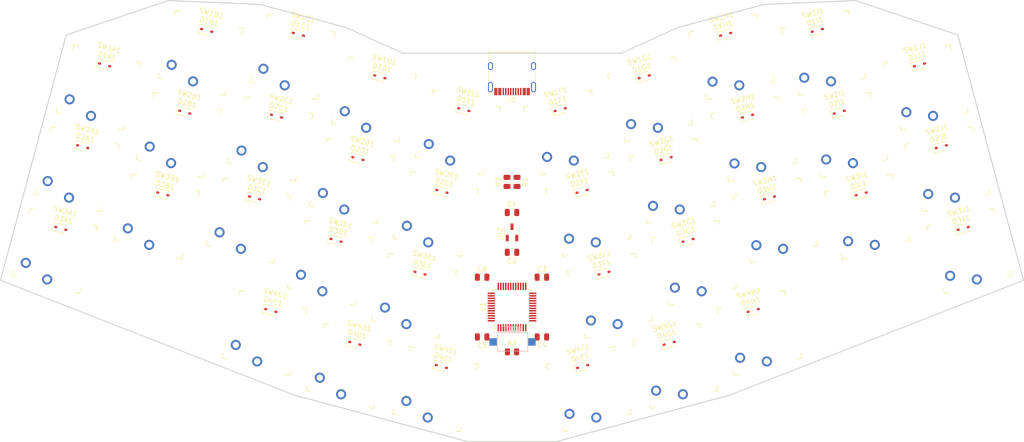
<source format=kicad_pcb>
(kicad_pcb (version 20240108) (generator "pcbnew") (generator_version "8.0")
  (layers (0 "F.Cu" signal) (31 "B.Cu" signal) (34 "B.Paste" user) (35 "F.Paste" user) (36 "B.SilkS" user "B.Silkscreen") (37 "F.SilkS" user "F.Silkscreen") (38 "B.Mask" user) (39 "F.Mask" user) (44 "Edge.Cuts" user))
  (net 0 "")
  (net 1 "+5V")
  (net 2 "GND")
  (net 3 "+3.3V")
  (net 4 "Net-(D1A1-A)")
  (net 5 "ROW1")
  (net 6 "Net-(D1B1-A)")
  (net 7 "Net-(D1C1-A)")
  (net 8 "Net-(D1D1-A)")
  (net 9 "Net-(D1E1-A)")
  (net 10 "Net-(D1F1-A)")
  (net 11 "Net-(D1G1-A)")
  (net 12 "Net-(D1H1-A)")
  (net 13 "Net-(D1I1-A)")
  (net 14 "Net-(D1J1-A)")
  (net 15 "ROW2")
  (net 16 "Net-(D2A1-A)")
  (net 17 "Net-(D2B1-A)")
  (net 18 "Net-(D2C1-A)")
  (net 19 "Net-(D2D1-A)")
  (net 20 "Net-(D2E1-A)")
  (net 21 "Net-(D2F1-A)")
  (net 22 "Net-(D2G1-A)")
  (net 23 "Net-(D2H1-A)")
  (net 24 "Net-(D2I1-A)")
  (net 25 "Net-(D2J1-A)")
  (net 26 "Net-(D3A1-A)")
  (net 27 "ROW3")
  (net 28 "Net-(D3B1-A)")
  (net 29 "Net-(D3C1-A)")
  (net 30 "Net-(D3D1-A)")
  (net 31 "Net-(D3E1-A)")
  (net 32 "Net-(D3F1-A)")
  (net 33 "Net-(D3G1-A)")
  (net 34 "Net-(D3H1-A)")
  (net 35 "Net-(D3I1-A)")
  (net 36 "Net-(D3J1-A)")
  (net 37 "ROW4")
  (net 38 "Net-(D4C1-A)")
  (net 39 "Net-(D4D1-A)")
  (net 40 "Net-(D4E1-A)")
  (net 41 "Net-(D4F1-A)")
  (net 42 "Net-(D4G1-A)")
  (net 43 "Net-(D4H1-A)")
  (net 44 "D-")
  (net 45 "Net-(J1-CC1)")
  (net 47 "D+")
  (net 49 "Net-(J1-CC2)")
  (net 50 "Net-(U1-BOOT0)")
  (net 51 "COLA")
  (net 52 "COLB")
  (net 53 "COLC")
  (net 54 "COLD")
  (net 55 "COLE")
  (net 56 "COLF")
  (net 57 "COLG")
  (net 58 "COLH")
  (net 59 "COLI")
  (net 60 "COLJ")
  (net 64 "SWCLK")
  (net 69 "SWDIO")
  (footprint "Capacitor_SMD:C_0805_2012Metric" (layer "F.Cu") (at 150 70 180)
    (property "Reference" "C2" (at 0 -1.68 0) (layer "F.SilkS"))
    (property "Value" "1µF")
    (pad "1" smd roundrect (at -0.95 0 180) (size 1 1.45) (layers "F.Cu" "F.Paste" "F.Mask") (net 3 "+3.3V"))
    (pad "2" smd roundrect (at 0.95 0 180) (size 1 1.45) (layers "F.Cu" "F.Paste" "F.Mask") (net 2 "GND"))
  )
  (footprint "switch:SW_PG1350" (layer "F.Cu") (at 233.028 36.905 15)
    (property "Reference" "SW1J1" (at 0 -8.255 15) (layer "F.SilkS"))
    (property "Value" "SW_Push")
    (pad "" np_thru_hole circle (at -5.5 0 15) (size 1.7018 1.7018) (drill 1.7018) (layers "*.Cu" "*.Mask"))
    (pad "" np_thru_hole circle (at 0 0 15) (size 3.429 3.429) (drill 3.429) (layers "*.Cu" "*.Mask"))
    (pad "" np_thru_hole circle (at 5.5 0 15) (size 1.7018 1.7018) (drill 1.7018) (layers "*.Cu" "*.Mask"))
    (pad "1" thru_hole circle (at 0 5.9 15) (size 2.032 2.032) (drill 1.27) (layers "*.Cu" "*.Mask") (net 14 "Net-(D1J1-A)"))
    (pad "2" thru_hole circle (at -5 3.8 15) (size 2.032 2.032) (drill 1.27) (layers "*.Cu" "*.Mask") (net 60 "COLJ"))
  )
  (footprint "Diode_SMD:D_SOD-323" (layer "F.Cu") (at 63.788 48.786 -15)
    (property "Reference" "D2A1" (at 0 -1.85 165) (layer "F.SilkS"))
    (property "Value" "1N4148WS")
    (pad "1" smd roundrect (at -1.05 0 345) (size 0.6 0.45) (layers "F.Cu" "F.Paste" "F.Mask") (net 15 "ROW2"))
    (pad "2" smd roundrect (at 1.05 0 345) (size 0.6 0.45) (layers "F.Cu" "F.Paste" "F.Mask") (net 16 "Net-(D2A1-A)"))
  )
  (footprint "Diode_SMD:D_SOD-323" (layer "F.Cu") (at 118.43 88.274 -15)
    (property "Reference" "D4D1" (at 0 -1.85 165) (layer "F.SilkS"))
    (property "Value" "1N4148WS")
    (pad "1" smd roundrect (at -1.05 0 345) (size 0.6 0.45) (layers "F.Cu" "F.Paste" "F.Mask") (net 37 "ROW4"))
    (pad "2" smd roundrect (at 1.05 0 345) (size 0.6 0.45) (layers "F.Cu" "F.Paste" "F.Mask") (net 39 "Net-(D4D1-A)"))
  )
  (footprint "switch:SW_PG1350" (layer "F.Cu") (at 165.4 97.473 15)
    (property "Reference" "SW4F1" (at 0 -8.255 15) (layer "F.SilkS"))
    (property "Value" "SW_Push")
    (pad "" np_thru_hole circle (at -5.5 0 15) (size 1.7018 1.7018) (drill 1.7018) (layers "*.Cu" "*.Mask"))
    (pad "" np_thru_hole circle (at 0 0 15) (size 3.429 3.429) (drill 3.429) (layers "*.Cu" "*.Mask"))
    (pad "" np_thru_hole circle (at 5.5 0 15) (size 1.7018 1.7018) (drill 1.7018) (layers "*.Cu" "*.Mask"))
    (pad "1" thru_hole circle (at 0 5.9 15) (size 2.032 2.032) (drill 1.27) (layers "*.Cu" "*.Mask") (net 41 "Net-(D4F1-A)"))
    (pad "2" thru_hole circle (at -5 3.8 15) (size 2.032 2.032) (drill 1.27) (layers "*.Cu" "*.Mask") (net 56 "COLF"))
  )
  (footprint "switch:SW_PG1350" (layer "F.Cu") (at 216.936 46.394 15)
    (property "Reference" "SW2I1" (at 0 -8.255 15) (layer "F.SilkS"))
    (property "Value" "SW_Push")
    (pad "" np_thru_hole circle (at -5.5 0 15) (size 1.7018 1.7018) (drill 1.7018) (layers "*.Cu" "*.Mask"))
    (pad "" np_thru_hole circle (at 0 0 15) (size 3.429 3.429) (drill 3.429) (layers "*.Cu" "*.Mask"))
    (pad "" np_thru_hole circle (at 5.5 0 15) (size 1.7018 1.7018) (drill 1.7018) (layers "*.Cu" "*.Mask"))
    (pad "1" thru_hole circle (at 0 5.9 15) (size 2.032 2.032) (drill 1.27) (layers "*.Cu" "*.Mask") (net 24 "Net-(D2I1-A)"))
    (pad "2" thru_hole circle (at -5 3.8 15) (size 2.032 2.032) (drill 1.27) (layers "*.Cu" "*.Mask") (net 59 "COLI"))
  )
  (footprint "switch:SW_PG1350" (layer "F.Cu") (at 221.336 62.814 15)
    (property "Reference" "SW3I1" (at 0 -8.255 15) (layer "F.SilkS"))
    (property "Value" "SW_Push")
    (pad "" np_thru_hole circle (at -5.5 0 15) (size 1.7018 1.7018) (drill 1.7018) (layers "*.Cu" "*.Mask"))
    (pad "" np_thru_hole circle (at 0 0 15) (size 3.429 3.429) (drill 3.429) (layers "*.Cu" "*.Mask"))
    (pad "" np_thru_hole circle (at 5.5 0 15) (size 1.7018 1.7018) (drill 1.7018) (layers "*.Cu" "*.Mask"))
    (pad "1" thru_hole circle (at 0 5.9 15) (size 2.032 2.032) (drill 1.27) (layers "*.Cu" "*.Mask") (net 35 "Net-(D3I1-A)"))
    (pad "2" thru_hole circle (at -5 3.8 15) (size 2.032 2.032) (drill 1.27) (layers "*.Cu" "*.Mask") (net 59 "COLI"))
  )
  (footprint "switch:SW_PG1350" (layer "F.Cu") (at 177.762 39.29 15)
    (property "Reference" "SW1G1" (at -0.000001 -8.255 15) (layer "F.SilkS"))
    (property "Value" "SW_Push")
    (pad "" np_thru_hole circle (at -5.5 0 15) (size 1.7018 1.7018) (drill 1.7018) (layers "*.Cu" "*.Mask"))
    (pad "" np_thru_hole circle (at 0 0 15) (size 3.429 3.429) (drill 3.429) (layers "*.Cu" "*.Mask"))
    (pad "" np_thru_hole circle (at 5.5 0 15) (size 1.7018 1.7018) (drill 1.7018) (layers "*.Cu" "*.Mask"))
    (pad "1" thru_hole circle (at 0 5.9 15) (size 2.032 2.032) (drill 1.27) (layers "*.Cu" "*.Mask") (net 11 "Net-(D1G1-A)"))
    (pad "2" thru_hole circle (at -5 3.800001 15) (size 2.032 2.032) (drill 1.27) (layers "*.Cu" "*.Mask") (net 57 "COLG"))
  )
  (footprint "Diode_SMD:D_SOD-323" (layer "F.Cu") (at 197.297 42.649 15)
    (property "Reference" "D2H1" (at 0 -1.85 15) (layer "F.SilkS"))
    (property "Value" "1N4148WS")
    (pad "1" smd roundrect (at -1.05 0 15) (size 0.6 0.45) (layers "F.Cu" "F.Paste" "F.Mask") (net 15 "ROW2"))
    (pad "2" smd roundrect (at 1.05 0 15) (size 0.6 0.45) (layers "F.Cu" "F.Paste" "F.Mask") (net 23 "Net-(D2H1-A)"))
  )
  (footprint "switch:SW_PG1350" (layer "F.Cu") (at 134.6 97.473 -15)
    (property "Reference" "SW4E1" (at 0 -8.255 165) (layer "F.SilkS"))
    (property "Value" "SW_Push")
    (pad "" np_thru_hole circle (at -5.5 0 345) (size 1.7018 1.7018) (drill 1.7018) (layers "*.Cu" "*.Mask"))
    (pad "" np_thru_hole circle (at 0 0 345) (size 3.429 3.429) (drill 3.429) (layers "*.Cu" "*.Mask"))
    (pad "" np_thru_hole circle (at 5.5 0 345) (size 1.7018 1.7018) (drill 1.7018) (layers "*.Cu" "*.Mask"))
    (pad "1" thru_hole circle (at 0 5.9 345) (size 2.032 2.032) (drill 1.27) (layers "*.Cu" "*.Mask") (net 40 "Net-(D4E1-A)"))
    (pad "2" thru_hole circle (at -5 3.8 345) (size 2.032 2.032) (drill 1.27) (layers "*.Cu" "*.Mask") (net 55 "COLE"))
  )
  (footprint "Diode_SMD:D_SOD-323" (layer "F.Cu") (at 201.697 59.07 15)
    (property "Reference" "D3H1" (at 0 -1.85 15) (layer "F.SilkS"))
    (property "Value" "1N4148WS")
    (pad "1" smd roundrect (at -1.05 0 15) (size 0.6 0.45) (layers "F.Cu" "F.Paste" "F.Mask") (net 27 "ROW3"))
    (pad "2" smd roundrect (at 1.05 0 15) (size 0.6 0.45) (layers "F.Cu" "F.Paste" "F.Mask") (net 34 "Net-(D3H1-A)"))
  )
  (footprint "Diode_SMD:D_SOD-323" (layer "F.Cu") (at 135.817 92.933 -15)
    (property "Reference" "D4E1" (at 0 -1.85 165) (layer "F.SilkS"))
    (property "Value" "1N4148WS")
    (pad "1" smd roundrect (at -1.05 0 345) (size 0.6 0.45) (layers "F.Cu" "F.Paste" "F.Mask") (net 37 "ROW4"))
    (pad "2" smd roundrect (at 1.05 0 345) (size 0.6 0.45) (layers "F.Cu" "F.Paste" "F.Mask") (net 40 "Net-(D4E1-A)"))
  )
  (footprint "switch:SW_PG1350" (layer "F.Cu") (at 186.562 72.132 15)
    (property "Reference" "SW3G1" (at 0 -8.255 15) (layer "F.SilkS"))
    (property "Value" "SW_Push")
    (pad "" np_thru_hole circle (at -5.5 0 15) (size 1.7018 1.7018) (drill 1.7018) (layers "*.Cu" "*.Mask"))
    (pad "" np_thru_hole circle (at 0 0 15) (size 3.429 3.429) (drill 3.429) (layers "*.Cu" "*.Mask"))
    (pad "" np_thru_hole circle (at 5.5 0 15) (size 1.7018 1.7018) (drill 1.7018) (layers "*.Cu" "*.Mask"))
    (pad "1" thru_hole circle (at 0 5.9 15) (size 2.032 2.032) (drill 1.27) (layers "*.Cu" "*.Mask") (net 33 "Net-(D3G1-A)"))
    (pad "2" thru_hole circle (at -5 3.8 15) (size 2.032 2.032) (drill 1.27) (layers "*.Cu" "*.Mask") (net 57 "COLG"))
  )
  (footprint "switch:SW_PG1350" (layer "F.Cu") (at 97.086 63.609 -15)
    (property "Reference" "SW3C1" (at 0 -8.255 165) (layer "F.SilkS"))
    (property "Value" "SW_Push")
    (pad "" np_thru_hole circle (at -5.5 0 345) (size 1.7018 1.7018) (drill 1.7018) (layers "*.Cu" "*.Mask"))
    (pad "" np_thru_hole circle (at 0 0 345) (size 3.429 3.429) (drill 3.429) (layers "*.Cu" "*.Mask"))
    (pad "" np_thru_hole circle (at 5.5 0 345) (size 1.7018 1.7018) (drill 1.7018) (layers "*.Cu" "*.Mask"))
    (pad "1" thru_hole circle (at 0 5.9 345) (size 2.032 2.032) (drill 1.27) (layers "*.Cu" "*.Mask") (net 29 "Net-(D3C1-A)"))
    (pad "2" thru_hole circle (at -5 3.8 345) (size 2.032 2.032) (drill 1.27) (layers "*.Cu" "*.Mask") (net 53 "COLC"))
  )
  (footprint "Capacitor_SMD:C_0805_2012Metric" (layer "F.Cu") (at 156 87 180)
    (property "Reference" "C4" (at 0 -1.68 360) (layer "F.SilkS"))
    (property "Value" "100nF")
    (pad "1" smd roundrect (at -0.95 0 180) (size 1 1.45) (layers "F.Cu" "F.Paste" "F.Mask") (net 3 "+3.3V"))
    (pad "2" smd roundrect (at 0.95 0 180) (size 1 1.45) (layers "F.Cu" "F.Paste" "F.Mask") (net 2 "GND"))
  )
  (footprint "Capacitor_SMD:C_0805_2012Metric" (layer "F.Cu") (at 150 62)
    (property "Reference" "C1" (at 0 -1.68 360) (layer "F.SilkS"))
    (property "Value" "1µF")
    (pad "1" smd roundrect (at -0.95 0) (size 1 1.45) (layers "F.Cu" "F.Paste" "F.Mask") (net 2 "GND"))
    (pad "2" smd roundrect (at 0.95 0) (size 1 1.45) (layers "F.Cu" "F.Paste" "F.Mask") (net 1 "+5V"))
  )
  (footprint "Diode_SMD:D_SOD-323" (layer "F.Cu") (at 181.57 88.274 15)
    (property "Reference" "D4G1" (at 0 -1.85 15) (layer "F.SilkS"))
    (property "Value" "1N4148WS")
    (pad "1" smd roundrect (at -1.05 0 15) (size 0.6 0.45) (layers "F.Cu" "F.Paste" "F.Mask") (net 37 "ROW4"))
    (pad "2" smd roundrect (at 1.05 0 15) (size 0.6 0.45) (layers "F.Cu" "F.Paste" "F.Mask") (net 42 "Net-(D4G1-A)"))
  )
  (footprint "Capacitor_SMD:C_0805_2012Metric" (layer "F.Cu") (at 156 75)
    (property "Reference" "C3" (at 0 -1.68 360) (layer "F.SilkS"))
    (property "Value" "100nF")
    (pad "1" smd roundrect (at -0.95 0) (size 1 1.45) (layers "F.Cu" "F.Paste" "F.Mask") (net 3 "+3.3V"))
    (pad "2" smd roundrect (at 0.95 0) (size 1 1.45) (layers "F.Cu" "F.Paste" "F.Mask") (net 2 "GND"))
  )
  (footprint "Diode_SMD:D_SOD-323" (layer "F.Cu") (at 180.946 51.171 15)
    (property "Reference" "D2G1" (at -0.000001 -1.85 15) (layer "F.SilkS"))
    (property "Value" "1N4148WS")
    (pad "1" smd roundrect (at -1.05 0 15) (size 0.6 0.45) (layers "F.Cu" "F.Paste" "F.Mask") (net 15 "ROW2"))
    (pad "2" smd roundrect (at 1.05 0 15) (size 0.6 0.45) (layers "F.Cu" "F.Paste" "F.Mask") (net 22 "Net-(D2G1-A)"))
  )
  (footprint "Diode_SMD:D_SOD-323" (layer "F.Cu") (at 211.319 25.433 15)
    (property "Reference" "D1I1" (at 0 -1.85 15) (layer "F.SilkS"))
    (property "Value" "1N4148WS")
    (pad "1" smd roundrect (at -1.05 0 15) (size 0.6 0.45) (layers "F.Cu" "F.Paste" "F.Mask") (net 5 "ROW1"))
    (pad "2" smd roundrect (at 1.05 0 15) (size 0.6 0.45) (layers "F.Cu" "F.Paste" "F.Mask") (net 13 "Net-(D1I1-A)"))
  )
  (footprint "switch:SW_PG1350" (layer "F.Cu") (at 117.214 92.814 -15)
    (property "Reference" "SW4D1" (at 0 -8.255 165) (layer "F.SilkS"))
    (property "Value" "SW_Push")
    (pad "" np_thru_hole circle (at -5.5 0 345) (size 1.7018 1.7018) (drill 1.7018) (layers "*.Cu" "*.Mask"))
    (pad "" np_thru_hole circle (at 0 0 345) (size 3.429 3.429) (drill 3.429) (layers "*.Cu" "*.Mask"))
    (pad "" np_thru_hole circle (at 5.5 0 345) (size 1.7018 1.7018) (drill 1.7018) (layers "*.Cu" "*.Mask"))
    (pad "1" thru_hole circle (at 0 5.9 345) (size 2.032 2.032) (drill 1.27) (layers "*.Cu" "*.Mask") (net 39 "Net-(D4D1-A)"))
    (pad "2" thru_hole circle (at -5 3.8 345) (size 2.032 2.032) (drill 1.27) (layers "*.Cu" "*.Mask") (net 54 "COLD"))
  )
  (footprint "switch:SW_PG1350" (layer "F.Cu") (at 100.345 86.223 -15)
    (property "Reference" "SW4C1" (at 0 -8.255 165) (layer "F.SilkS"))
    (property "Value" "SW_Push")
    (pad "" np_thru_hole circle (at -5.5 0 345) (size 1.7018 1.7018) (drill 1.7018) (layers "*.Cu" "*.Mask"))
    (pad "" np_thru_hole circle (at 0 0 345) (size 3.429 3.429) (drill 3.429) (layers "*.Cu" "*.Mask"))
    (pad "" np_thru_hole circle (at 5.5 0 345) (size 1.7018 1.7018) (drill 1.7018) (layers "*.Cu" "*.Mask"))
    (pad "1" thru_hole circle (at 0 5.9 345) (size 2.032 2.032) (drill 1.27) (layers "*.Cu" "*.Mask") (net 38 "Net-(D4C1-A)"))
    (pad "2" thru_hole circle (at -5 3.8 345) (size 2.032 2.032) (drill 1.27) (layers "*.Cu" "*.Mask") (net 53 "COLC"))
  )
  (footprint "Diode_SMD:D_SOD-323" (layer "F.Cu") (at 84.281 41.854 -15)
    (property "Reference" "D2B1" (at 0 -1.85 165) (layer "F.SilkS"))
    (property "Value" "1N4148WS")
    (pad "1" smd roundrect (at -1.05 0 345) (size 0.6 0.45) (layers "F.Cu" "F.Paste" "F.Mask") (net 15 "ROW2"))
    (pad "2" smd roundrect (at 1.05 0 345) (size 0.6 0.45) (layers "F.Cu" "F.Paste" "F.Mask") (net 17 "Net-(D2B1-A)"))
  )
  (footprint "Resistor_SMD:R_0805_2012Metric" (layer "F.Cu") (at 149 55.8625 90)
    (property "Reference" "R2" (at 0 -1.65 90) (layer "F.SilkS"))
    (property "Value" "5.1k")
    (pad "1" smd roundrect (at -0.9125 0 90) (size 1.025 1.4) (layers "F.Cu" "F.Paste" "F.Mask") (roundrect_rratio 0.243902) (net 2 "GND"))
    (pad "2" smd roundrect (at 0.9125 0 90) (size 1.025 1.4) (layers "F.Cu" "F.Paste" "F.Mask") (roundrect_rratio 0.243902) (net 49 "Net-(J1-CC2)"))
  )
  (footprint "Package_QFP:LQFP-48_7x7mm_P0.5mm" (layer "F.Cu") (at 150 81 90)
    (property "Reference" "U1" (at 0 -5.85 90) (layer "F.SilkS"))
    (property "Value" "STM32F072CBT6")
    (pad "1" smd roundrect (at -4.1625 -2.75 90) (size 1.475 0.3) (layers "F.Cu" "F.Paste" "F.Mask") (net 3 "+3.3V"))
    (pad "2" smd roundrect (at -4.1625 -2.25 90) (size 1.475 0.3) (layers "F.Cu" "F.Paste" "F.Mask"))
    (pad "3" smd roundrect (at -4.1625 -1.75 90) (size 1.475 0.3) (layers "F.Cu" "F.Paste" "F.Mask"))
    (pad "4" smd roundrect (at -4.1625 -1.25 90) (size 1.475 0.3) (layers "F.Cu" "F.Paste" "F.Mask"))
    (pad "5" smd roundrect (at -4.1625 -0.75 90) (size 1.475 0.3) (layers "F.Cu" "F.Paste" "F.Mask"))
    (pad "6" smd roundrect (at -4.1625 -0.25 90) (size 1.475 0.3) (layers "F.Cu" "F.Paste" "F.Mask"))
    (pad "7" smd roundrect (at -4.1625 0.25 90) (size 1.475 0.3) (layers "F.Cu" "F.Paste" "F.Mask"))
    (pad "8" smd roundrect (at -4.1625 0.75 90) (size 1.475 0.3) (layers "F.Cu" "F.Paste" "F.Mask") (net 2 "GND"))
    (pad "9" smd roundrect (at -4.1625 1.25 90) (size 1.475 0.3) (layers "F.Cu" "F.Paste" "F.Mask") (net 3 "+3.3V"))
    (pad "10" smd roundrect (at -4.1625 1.75 90) (size 1.475 0.3) (layers "F.Cu" "F.Paste" "F.Mask"))
    (pad "11" smd roundrect (at -4.1625 2.25 90) (size 1.475 0.3) (layers "F.Cu" "F.Paste" "F.Mask"))
    (pad "12" smd roundrect (at -4.1625 2.75 90) (size 1.475 0.3) (layers "F.Cu" "F.Paste" "F.Mask"))
    (pad "13" smd roundrect (at -2.75 4.1625 90) (size 0.3 1.475) (layers "F.Cu" "F.Paste" "F.Mask"))
    (pad "14" smd roundrect (at -2.25 4.1625 90) (size 0.3 1.475) (layers "F.Cu" "F.Paste" "F.Mask"))
    (pad "15" smd roundrect (at -1.75 4.1625 90) (size 0.3 1.475) (layers "F.Cu" "F.Paste" "F.Mask"))
    (pad "16" smd roundrect (at -1.25 4.1625 90) (size 0.3 1.475) (layers "F.Cu" "F.Paste" "F.Mask"))
    (pad "17" smd roundrect (at -0.75 4.1625 90) (size 0.3 1.475) (layers "F.Cu" "F.Paste" "F.Mask"))
    (pad "18" smd roundrect (at -0.25 4.1625 90) (size 0.3 1.475) (layers "F.Cu" "F.Paste" "F.Mask"))
    (pad "19" smd roundrect (at 0.25 4.1625 90) (size 0.3 1.475) (layers "F.Cu" "F.Paste" "F.Mask"))
    (pad "20" smd roundrect (at 0.75 4.1625 90) (size 0.3 1.475) (layers "F.Cu" "F.Paste" "F.Mask"))
    (pad "21" smd roundrect (at 1.25 4.1625 90) (size 0.3 1.475) (layers "F.Cu" "F.Paste" "F.Mask"))
    (pad "22" smd roundrect (at 1.75 4.1625 90) (size 0.3 1.475) (layers "F.Cu" "F.Paste" "F.Mask"))
    (pad "23" smd roundrect (at 2.25 4.1625 90) (size 0.3 1.475) (layers "F.Cu" "F.Paste" "F.Mask") (net 2 "GND"))
    (pad "24" smd roundrect (at 2.75 4.1625 90) (size 0.3 1.475) (layers "F.Cu" "F.Paste" "F.Mask") (net 3 "+3.3V"))
    (pad "25" smd roundrect (at 4.1625 2.75 90) (size 1.475 0.3) (layers "F.Cu" "F.Paste" "F.Mask"))
    (pad "26" smd roundrect (at 4.1625 2.25 90) (size 1.475 0.3) (layers "F.Cu" "F.Paste" "F.Mask"))
    (pad "27" smd roundrect (at 4.1625 1.75 90) (size 1.475 0.3) (layers "F.Cu" "F.Paste" "F.Mask"))
    (pad "28" smd roundrect (at 4.1625 1.25 90) (size 1.475 0.3) (layers "F.Cu" "F.Paste" "F.Mask"))
    (pad "29" smd roundrect (at 4.1625 0.75 90) (size 1.475 0.3) (layers "F.Cu" "F.Paste" "F.Mask"))
    (pad "30" smd roundrect (at 4.1625 0.25 90) (size 1.475 0.3) (layers "F.Cu" "F.Paste" "F.Mask"))
    (pad "31" smd roundrect (at 4.1625 -0.25 90) (size 1.475 0.3) (layers "F.Cu" "F.Paste" "F.Mask"))
    (pad "32" smd roundrect (at 4.1625 -0.75 90) (size 1.475 0.3) (layers "F.Cu" "F.Paste" "F.Mask") (net 44 "D-"))
    (pad "33" smd roundrect (at 4.1625 -1.25 90) (size 1.475 0.3) (layers "F.Cu" "F.Paste" "F.Mask") (net 47 "D+"))
    (pad "34" smd roundrect (at 4.1625 -1.75 90) (size 1.475 0.3) (layers "F.Cu" "F.Paste" "F.Mask") (net 69 "SWDIO"))
    (pad "35" smd roundrect (at 4.1625 -2.25 90) (size 1.475 0.3) (layers "F.Cu" "F.Paste" "F.Mask") (net 2 "GND"))
    (pad "36" smd roundrect (at 4.1625 -2.75 90) (size 1.475 0.3) (layers "F.Cu" "F.Paste" "F.Mask") (net 3 "+3.3V"))
    (pad "37" smd roundrect (at 2.75 -4.1625 90) (size 0.3 1.475) (layers "F.Cu" "F.Paste" "F.Mask") (net 64 "SWCLK"))
    (pad "38" smd roundrect (at 2.25 -4.1625 90) (size 0.3 1.475) (layers "F.Cu" "F.Paste" "F.Mask"))
    (pad "39" smd roundrect (at 1.75 -4.1625 90) (size 0.3 1.475) (layers "F.Cu" "F.Paste" "F.Mask"))
    (pad "40" smd roundrect (at 1.25 -4.1625 90) (size 0.3 1.475) (layers "F.Cu" "F.Paste" "F.Mask"))
    (pad "41" smd roundrect (at 0.75 -4.1625 90) (size 0.3 1.475) (layers "F.Cu" "F.Paste" "F.Mask"))
    (pad "42" smd roundrect (at 0.25 -4.1625 90) (size 0.3 1.475) (layers "F.Cu" "F.Paste" "F.Mask"))
    (pad "43" smd roundrect (at -0.25 -4.1625 90) (size 0.3 1.475) (layers "F.Cu" "F.Paste" "F.Mask"))
    (pad "44" smd roundrect (at -0.75 -4.1625 90) (size 0.3 1.475) (layers "F.Cu" "F.Paste" "F.Mask") (net 50 "Net-(U1-BOOT0)"))
    (pad "45" smd roundrect (at -1.25 -4.1625 90) (size 0.3 1.475) (layers "F.Cu" "F.Paste" "F.Mask"))
    (pad "46" smd roundrect (at -1.75 -4.1625 90) (size 0.3 1.475) (layers "F.Cu" "F.Paste" "F.Mask"))
    (pad "47" smd roundrect (at -2.25 -4.1625 90) (size 0.3 1.475) (layers "F.Cu" "F.Paste" "F.Mask") (net 2 "GND"))
    (pad "48" smd roundrect (at -2.75 -4.1625 90) (size 0.3 1.475) (layers "F.Cu" "F.Paste" "F.Mask") (net 3 "+3.3V"))
  )
  (footprint "switch:SW_PG1350" (layer "F.Cu") (at 165.293 62.302 15)
    (property "Reference" "SW2F1" (at 0 -8.255 15) (layer "F.SilkS"))
    (property "Value" "SW_Push")
    (pad "" np_thru_hole circle (at -5.5 0 15) (size 1.7018 1.7018) (drill 1.7018) (layers "*.Cu" "*.Mask"))
    (pad "" np_thru_hole circle (at 0 0 15) (size 3.429 3.429) (drill 3.429) (layers "*.Cu" "*.Mask"))
    (pad "" np_thru_hole circle (at 5.5 0 15) (size 1.7018 1.7018) (drill 1.7018) (layers "*.Cu" "*.Mask"))
    (pad "1" thru_hole circle (at 0 5.9 15) (size 2.032 2.032) (drill 1.27) (layers "*.Cu" "*.Mask") (net 21 "Net-(D2F1-A)"))
    (pad "2" thru_hole circle (at -5 3.8 15) (size 2.032 2.032) (drill 1.27) (layers "*.Cu" "*.Mask") (net 56 "COLF"))
  )
  (footprint "switch:SW_PG1350" (layer "F.Cu") (at 182.786 92.814 15)
    (property "Reference" "SW4G1" (at 0 -8.255 15) (layer "F.SilkS"))
    (property "Value" "SW_Push")
    (pad "" np_thru_hole circle (at -5.5 0 15) (size 1.7018 1.7018) (drill 1.7018) (layers "*.Cu" "*.Mask"))
    (pad "" np_thru_hole circle (at 0 0 15) (size 3.429 3.429) (drill 3.429) (layers "*.Cu" "*.Mask"))
    (pad "" np_thru_hole circle (at 5.5 0 15) (size 1.7018 1.7018) (drill 1.7018) (layers "*.Cu" "*.Mask"))
    (pad "1" thru_hole circle (at 0 5.9 15) (size 2.032 2.032) (drill 1.27) (layers "*.Cu" "*.Mask") (net 42 "Net-(D4G1-A)"))
    (pad "2" thru_hole circle (at -5 3.8 15) (size 2.032 2.032) (drill 1.27) (layers "*.Cu" "*.Mask") (net 57 "COLG"))
  )
  (footprint "Diode_SMD:D_SOD-323" (layer "F.Cu") (at 164.077 57.762 15)
    (property "Reference" "D2F1" (at 0 -1.85 15) (layer "F.SilkS"))
    (property "Value" "1N4148WS")
    (pad "1" smd roundrect (at -1.05 0 15) (size 0.6 0.45) (layers "F.Cu" "F.Paste" "F.Mask") (net 15 "ROW2"))
    (pad "2" smd roundrect (at 1.05 0 15) (size 0.6 0.45) (layers "F.Cu" "F.Paste" "F.Mask") (net 21 "Net-(D2F1-A)"))
  )
  (footprint "switch:SW_PG1350" (layer "F.Cu") (at 182.162 55.711 15)
    (property "Reference" "SW2G1" (at 0 -8.255 15) (layer "F.SilkS"))
    (property "Value" "SW_Push")
    (pad "" np_thru_hole circle (at -5.5 0 15) (size 1.7018 1.7018) (drill 1.7018) (layers "*.Cu" "*.Mask"))
    (pad "" np_thru_hole circle (at 0 0 15) (size 3.429 3.429) (drill 3.429) (layers "*.Cu" "*.Mask"))
    (pad "" np_thru_hole circle (at 5.5 0 15) (size 1.7018 1.7018) (drill 1.7018) (layers "*.Cu" "*.Mask"))
    (pad "1" thru_hole circle (at 0 5.9 15) (size 2.032 2.032) (drill 1.27) (layers "*.Cu" "*.Mask") (net 22 "Net-(D2G1-A)"))
    (pad "2" thru_hole circle (at -5 3.8 15) (size 2.032 2.032) (drill 1.27) (layers "*.Cu" "*.Mask") (net 57 "COLG"))
  )
  (footprint "Diode_SMD:D_SOD-323" (layer "F.Cu") (at 98.303 59.07 -15)
    (property "Reference" "D3C1" (at 0 -1.85 165) (layer "F.SilkS"))
    (property "Value" "1N4148WS")
    (pad "1" smd roundrect (at -1.05 0 345) (size 0.6 0.45) (layers "F.Cu" "F.Paste" "F.Mask") (net 27 "ROW3"))
    (pad "2" smd roundrect (at 1.05 0 345) (size 0.6 0.45) (layers "F.Cu" "F.Paste" "F.Mask") (net 29 "Net-(D3C1-A)"))
  )
  (footprint "Diode_SMD:D_SOD-323" (layer "F.Cu") (at 79.881 58.275 -15)
    (property "Reference" "D3B1" (at 0 -1.85 165) (layer "F.SilkS"))
    (property "Value" "1N4148WS")
    (pad "1" smd roundrect (at -1.05 0 345) (size 0.6 0.45) (layers "F.Cu" "F.Paste" "F.Mask") (net 27 "ROW3"))
    (pad "2" smd roundrect (at 1.05 0 345) (size 0.6 0.45) (layers "F.Cu" "F.Paste" "F.Mask") (net 28 "Net-(D3B1-A)"))
  )
  (footprint "Diode_SMD:D_SOD-323" (layer "F.Cu") (at 68.188 32.365 -15)
    (property "Reference" "D1A1" (at 0 -1.85 165) (layer "F.SilkS"))
    (property "Value" "1N4148WS")
    (pad "1" smd roundrect (at -1.05 0 345) (size 0.6 0.45) (layers "F.Cu" "F.Paste" "F.Mask") (net 5 "ROW1"))
    (pad "2" smd roundrect (at 1.05 0 345) (size 0.6 0.45) (layers "F.Cu" "F.Paste" "F.Mask") (net 4 "Net-(D1A1-A)"))
  )
  (footprint "switch:SW_PG1350" (layer "F.Cu") (at 194.114 30.768 15)
    (property "Reference" "SW1H1" (at 0 -8.255 15) (layer "F.SilkS"))
    (property "Value" "SW_Push")
    (pad "" np_thru_hole circle (at -5.5 0 15) (size 1.7018 1.7018) (drill 1.7018) (layers "*.Cu" "*.Mask"))
    (pad "" np_thru_hole circle (at 0 0 15) (size 3.429 3.429) (drill 3.429) (layers "*.Cu" "*.Mask"))
    (pad "" np_thru_hole circle (at 5.5 0 15) (size 1.7018 1.7018) (drill 1.7018) (layers "*.Cu" "*.Mask"))
    (pad "1" thru_hole circle (at 0 5.9 15) (size 2.032 2.032) (drill 1.27) (layers "*.Cu" "*.Mask") (net 12 "Net-(D1H1-A)"))
    (pad "2" thru_hole circle (at -5 3.8 15) (size 2.032 2.032) (drill 1.27) (layers "*.Cu" "*.Mask") (net 58 "COLH"))
  )
  (footprint "switch:SW_PG1350" (layer "F.Cu") (at 58.172 69.747 -15)
    (property "Reference" "SW3A1" (at 0 -8.255 165) (layer "F.SilkS"))
    (property "Value" "SW_Push")
    (pad "" np_thru_hole circle (at -5.5 0 345) (size 1.7018 1.7018) (drill 1.7018) (layers "*.Cu" "*.Mask"))
    (pad "" np_thru_hole circle (at 0 0 345) (size 3.429 3.429) (drill 3.429) (layers "*.Cu" "*.Mask"))
    (pad "" np_thru_hole circle (at 5.5 0 345) (size 1.7018 1.7018) (drill 1.7018) (layers "*.Cu" "*.Mask"))
    (pad "1" thru_hole circle (at 0 5.9 345) (size 2.032 2.032) (drill 1.27) (layers "*.Cu" "*.Mask") (net 26 "Net-(D3A1-A)"))
    (pad "2" thru_hole circle (at -5 3.8 345) (size 2.032 2.032) (drill 1.27) (layers "*.Cu" "*.Mask") (net 51 "COLA"))
  )
  (footprint "switch:SW_PG1350" (layer "F.Cu") (at 169.693 78.722 15)
    (property "Reference" "SW3F1" (at -0.000001 -8.255 15) (layer "F.SilkS"))
    (property "Value" "SW_Push")
    (pad "" np_thru_hole circle (at -5.5 0 15) (size 1.7018 1.7018) (drill 1.7018) (layers "*.Cu" "*.Mask"))
    (pad "" np_thru_hole circle (at 0 0 15) (size 3.429 3.429) (drill 3.429) (layers "*.Cu" "*.Mask"))
    (pad "" np_thru_hole circle (at 5.5 0 15) (size 1.7018 1.7018) (drill 1.7018) (layers "*.Cu" "*.Mask"))
    (pad "1" thru_hole circle (at 0 5.9 15) (size 2.032 2.032) (drill 1.27) (layers "*.Cu" "*.Mask") (net 32 "Net-(D3F1-A)"))
    (pad "2" thru_hole circle (at -5 3.800001 15) (size 2.032 2.032) (drill 1.27) (layers "*.Cu" "*.Mask") (net 56 "COLF"))
  )
  (footprint "Diode_SMD:D_SOD-323" (layer "F.Cu") (at 101.561 81.683 -15)
    (property "Reference" "D4C1" (at 0 -1.85 165) (layer "F.SilkS"))
    (property "Value" "1N4148WS")
    (pad "1" smd roundrect (at -1.05 0 345) (size 0.6 0.45) (layers "F.Cu" "F.Paste" "F.Mask") (net 37 "ROW4"))
    (pad "2" smd roundrect (at 1.05 0 345) (size 0.6 0.45) (layers "F.Cu" "F.Paste" "F.Mask") (net 38 "Net-(D4C1-A)"))
  )
  (footprint "switch:SW_PG1350" (layer "F.Cu") (at 134.707 62.302 -15)
    (property "Reference" "SW2E1" (at 0 -8.255 165) (layer "F.SilkS"))
    (property "Value" "SW_Push")
    (pad "" np_thru_hole circle (at -5.5 0 345) (size 1.7018 1.7018) (drill 1.7018) (layers "*.Cu" "*.Mask"))
    (pad "" np_thru_hole circle (at 0 0 345) (size 3.429 3.429) (drill 3.429) (layers "*.Cu" "*.Mask"))
    (pad "" np_thru_hole circle (at 5.5 0 345) (size 1.7018 1.7018) (drill 1.7018) (layers "*.Cu" "*.Mask"))
    (pad "1" thru_hole circle (at 0 5.9 345) (size 2.032 2.032) (drill 1.27) (layers "*.Cu" "*.Mask") (net 20 "Net-(D2E1-A)"))
    (pad "2" thru_hole circle (at -5 3.8 345) (size 2.032 2.032) (drill 1.27) (layers "*.Cu" "*.Mask") (net 55 "COLE"))
  )
  (footprint "Resistor_SMD:R_0805_2012Metric" (layer "F.Cu") (at 151 55.8625 -90)
    (property "Reference" "R1" (at 0 -1.65 90) (layer "F.SilkS"))
    (property "Value" "5.1k")
    (pad "1" smd roundrect (at -0.9125 0 270) (size 1.025 1.4) (layers "F.Cu" "F.Paste" "F.Mask") (roundrect_rratio 0.243902) (net 45 "Net-(J1-CC1)"))
    (pad "2" smd roundrect (at 0.9125 0 270) (size 1.025 1.4) (layers "F.Cu" "F.Paste" "F.Mask") (roundrect_rratio 0.243902) (net 2 "GND"))
  )
  (footprint "Resistor_SMD:R_0805_2012Metric" (layer "F.Cu") (at 150 90)
    (property "Reference" "R3" (at 0 -1.65 0) (layer "F.SilkS"))
    (property "Value" "5.1k")
    (pad "1" smd roundrect (at -0.9125 0) (size 1.025 1.4) (layers "F.Cu" "F.Paste" "F.Mask") (roundrect_rratio 0.243902) (net 50 "Net-(U1-BOOT0)"))
    (pad "2" smd roundrect (at 0.9125 0) (size 1.025 1.4) (layers "F.Cu" "F.Paste" "F.Mask") (roundrect_rratio 0.243902) (net 2 "GND"))
  )
  (footprint "Diode_SMD:D_SOD-323" (layer "F.Cu") (at 88.681 25.433 -15)
    (property "Reference" "D1B1" (at 0 -1.85 165) (layer "F.SilkS"))
    (property "Value" "1N4148WS")
    (pad "1" smd roundrect (at -1.05 0 345) (size 0.6 0.45) (layers "F.Cu" "F.Paste" "F.Mask") (net 5 "ROW1"))
    (pad "2" smd roundrect (at 1.05 0 345) (size 0.6 0.45) (layers "F.Cu" "F.Paste" "F.Mask") (net 6 "Net-(D1B1-A)"))
  )
  (footprint "Diode_SMD:D_SOD-323" (layer "F.Cu") (at 107.103 26.228 -15)
    (property "Reference" "D1C1" (at 0 -1.85 165) (layer "F.SilkS"))
    (property "Value" "1N4148WS")
    (pad "1" smd roundrect (at -1.05 0 345) (size 0.6 0.45) (layers "F.Cu" "F.Paste" "F.Mask") (net 5 "ROW1"))
    (pad "2" smd roundrect (at 1.05 0 345) (size 0.6 0.45) (layers "F.Cu" "F.Paste" "F.Mask") (net 7 "Net-(D1C1-A)"))
  )
  (footprint "switch:SW_PG1350" (layer "F.Cu") (at 113.438 72.132 -15)
    (property "Reference" "SW3D1" (at 0 -8.255 165) (layer "F.SilkS"))
    (property "Value" "SW_Push")
    (pad "" np_thru_hole circle (at -5.5 0 345) (size 1.7018 1.7018) (drill 1.7018) (layers "*.Cu" "*.Mask"))
    (pad "" np_thru_hole circle (at 0 0 345) (size 3.429 3.429) (drill 3.429) (layers "*.Cu" "*.Mask"))
    (pad "" np_thru_hole circle (at 5.5 0 345) (size 1.7018 1.7018) (drill 1.7018) (layers "*.Cu" "*.Mask"))
    (pad "1" thru_hole circle (at 0 5.9 345) (size 2.032 2.032) (drill 1.27) (layers "*.Cu" "*.Mask") (net 30 "Net-(D3D1-A)"))
    (pad "2" thru_hole circle (at -5 3.8 345) (size 2.032 2.032) (drill 1.27) (layers "*.Cu" "*.Mask") (net 54 "COLD"))
  )
  (footprint "switch:SW_PG1350" (layer "F.Cu") (at 241.828 69.747 15)
    (property "Reference" "SW3J1" (at 0 -8.255 15) (layer "F.SilkS"))
    (property "Value" "SW_Push")
    (pad "" np_thru_hole circle (at -5.5 0 15) (size 1.7018 1.7018) (drill 1.7018) (layers "*.Cu" "*.Mask"))
    (pad "" np_thru_hole circle (at 0 0 15) (size 3.429 3.429) (drill 3.429) (layers "*.Cu" "*.Mask"))
    (pad "" np_thru_hole circle (at 5.5 0 15) (size 1.7018 1.7018) (drill 1.7018) (layers "*.Cu" "*.Mask"))
    (pad "1" thru_hole circle (at 0 5.9 15) (size 2.032 2.032) (drill 1.27) (layers "*.Cu" "*.Mask") (net 36 "Net-(D3J1-A)"))
    (pad "2" thru_hole circle (at -5 3.8 15) (size 2.032 2.032) (drill 1.27) (layers "*.Cu" "*.Mask") (net 60 "COLJ"))
  )
  (footprint "switch:SW_PG1350" (layer "F.Cu") (at 78.665 62.814 -15)
    (property "Reference" "SW3B1" (at 0 -8.255 165) (layer "F.SilkS"))
    (property "Value" "SW_Push")
    (pad "" np_thru_hole circle (at -5.5 0 345) (size 1.7018 1.7018) (drill 1.7018) (layers "*.Cu" "*.Mask"))
    (pad "" np_thru_hole circle (at 0 0 345) (size 3.429 3.429) (drill 3.429) (layers "*.Cu" "*.Mask"))
    (pad "" np_thru_hole circle (at 5.5 0 345) (size 1.7018 1.7018) (drill 1.7018) (layers "*.Cu" "*.Mask"))
    (pad "1" thru_hole circle (at 0 5.9 345) (size 2.032 2.032) (drill 1.27) (layers "*.Cu" "*.Mask") (net 28 "Net-(D3B1-A)"))
    (pad "2" thru_hole circle (at -5 3.8 345) (size 2.032 2.032) (drill 1.27) (layers "*.Cu" "*.Mask") (net 52 "COLB"))
  )
  (footprint "switch:SW_PG1350" (layer "F.Cu") (at 160.893 45.881 15)
    (property "Reference" "SW1F1" (at 0 -8.255 15) (layer "F.SilkS"))
    (property "Value" "SW_Push")
    (pad "" np_thru_hole circle (at -5.5 0 15) (size 1.7018 1.7018) (drill 1.7018) (layers "*.Cu" "*.Mask"))
    (pad "" np_thru_hole circle (at 0 0 15) (size 3.429 3.429) (drill 3.429) (layers "*.Cu" "*.Mask"))
    (pad "" np_thru_hole circle (at 5.5 0 15) (size 1.7018 1.7018) (drill 1.7018) (layers "*.Cu" "*.Mask"))
    (pad "1" thru_hole circle (at 0 5.9 15) (size 2.032 2.032) (drill 1.27) (layers "*.Cu" "*.Mask") (net 10 "Net-(D1F1-A)"))
    (pad "2" thru_hole circle (at -5 3.8 15) (size 2.032 2.032) (drill 1.27) (layers "*.Cu" "*.Mask") (net 56 "COLF"))
  )
  (footprint "switch:SW_PG1350" (layer "F.Cu") (at 117.838 55.711 -15)
    (property "Reference" "SW2D1" (at 0 -8.255 165) (layer "F.SilkS"))
    (property "Value" "SW_Push")
    (pad "" np_thru_hole circle (at -5.5 0 345) (size 1.7018 1.7018) (drill 1.7018) (layers "*.Cu" "*.Mask"))
    (pad "" np_thru_hole circle (at 0 0 345) (size 3.429 3.429) (drill 3.429) (layers "*.Cu" "*.Mask"))
    (pad "" np_thru_hole circle (at 5.5 0 345) (size 1.7018 1.7018) (drill 1.7018) (layers "*.Cu" "*.Mask"))
    (pad "1" thru_hole circle (at 0 5.9 345) (size 2.032 2.032) (drill 1.27) (layers "*.Cu" "*.Mask") (net 19 "Net-(D2D1-A)"))
    (pad "2" thru_hole circle (at -5 3.8 345) (size 2.032 2.032) (drill 1.27) (layers "*.Cu" "*.Mask") (net 54 "COLD"))
  )
  (footprint "Capacitor_SMD:C_0805_2012Metric" (layer "F.Cu") (at 144 75)
    (property "Reference" "C6" (at 0 -1.68 0) (layer "F.SilkS"))
    (property "Value" "100nF")
    (pad "1" smd roundrect (at -0.95 0) (size 1 1.45) (layers "F.Cu" "F.Paste" "F.Mask") (net 3 "+3.3V"))
    (pad "2" smd roundrect (at 0.95 0) (size 1 1.45) (layers "F.Cu" "F.Paste" "F.Mask") (net 2 "GND"))
  )
  (footprint "switch:SW_PG1350" (layer "F.Cu") (at 199.655 86.223 15)
    (property "Reference" "SW4H1" (at 0 -8.255 15) (layer "F.SilkS"))
    (property "Value" "SW_Push")
    (pad "" np_thru_hole circle (at -5.5 0 15) (size 1.7018 1.7018) (drill 1.7018) (layers "*.Cu" "*.Mask"))
    (pad "" np_thru_hole circle (at 0 0 15) (size 3.429 3.429) (drill 3.429) (layers "*.Cu" "*.Mask"))
    (pad "" np_thru_hole circle (at 5.5 0 15) (size 1.7018 1.7018) (drill 1.7018) (layers "*.Cu" "*.Mask"))
    (pad "1" thru_hole circle (at 0 5.9 15) (size 2.032 2.032) (drill 1.27) (layers "*.Cu" "*.Mask") (net 43 "Net-(D4H1-A)"))
    (pad "2" thru_hole circle (at -5 3.8 15) (size 2.032 2.032) (drill 1.27) (layers "*.Cu" "*.Mask") (net 58 "COLH"))
  )
  (footprint "Diode_SMD:D_SOD-323" (layer "F.Cu") (at 231.812 32.365 15)
    (property "Reference" "D1J1" (at 0 -1.85 15) (layer "F.SilkS"))
    (property "Value" "1N4148WS")
    (pad "1" smd roundrect (at -1.05 0 15) (size 0.6 0.45) (layers "F.Cu" "F.Paste" "F.Mask") (net 5 "ROW1"))
    (pad "2" smd roundrect (at 1.05 0 15) (size 0.6 0.45) (layers "F.Cu" "F.Paste" "F.Mask") (net 14 "Net-(D1J1-A)"))
  )
  (footprint "Diode_SMD:D_SOD-323" (layer "F.Cu") (at 131.523 74.183 -15)
    (property "Reference" "D3E1" (at 0 -1.85 165) (layer "F.SilkS"))
    (property "Value" "1N4148WS")
    (pad "1" smd roundrect (at -1.05 0 345) (size 0.6 0.45) (layers "F.Cu" "F.Paste" "F.Mask") (net 27 "ROW3"))
    (pad "2" smd roundrect (at 1.05 0 345) (size 0.6 0.45) (layers "F.Cu" "F.Paste" "F.Mask") (net 31 "Net-(D3E1-A)"))
  )
  (footprint "Diode_SMD:D_SOD-323" (layer "F.Cu") (at 114.654 67.592 -15)
    (property "Reference" "D3D1" (at 0.000001 -1.85 165) (layer "F.SilkS"))
    (property "Value" "1N4148WS")
    (pad "1" smd roundrect (at -1.05 0 345) (size 0.6 0.45) (layers "F.Cu" "F.Paste" "F.Mask") (net 27 "ROW3"))
    (pad "2" smd roundrect (at 1.05 0 345) (size 0.6 0.45) (layers "F.Cu" "F.Paste" "F.Mask") (net 30 "Net-(D3D1-A)"))
  )
  (footprint "Diode_SMD:D_SOD-323" (layer "F.Cu") (at 135.923 57.762 -15)
    (property "Reference" "D2E1" (at 0 -1.85 165) (layer "F.SilkS"))
    (property "Value" "1N4148WS")
    (pad "1" smd roundrect (at -1.05 0 345) (size 0.6 0.45) (layers "F.Cu" "F.Paste" "F.Mask") (net 15 "ROW2"))
    (pad "2" smd roundrect (at 1.05 0 345) (size 0.6 0.45) (layers "F.Cu" "F.Paste" "F.Mask") (net 20 "Net-(D2E1-A)"))
  )
  (footprint "Diode_SMD:D_SOD-323" (layer "F.Cu") (at 140.323 41.341 -15)
    (property "Reference" "D1E1" (at 0 -1.85 165) (layer "F.SilkS"))
    (property "Value" "1N4148WS")
    (pad "1" smd roundrect (at -1.05 0 345) (size 0.6 0.45) (layers "F.Cu" "F.Paste" "F.Mask") (net 5 "ROW1"))
    (pad "2" smd roundrect (at 1.05 0 345) (size 0.6 0.45) (layers "F.Cu" "F.Paste" "F.Mask") (net 9 "Net-(D1E1-A)"))
  )
  (footprint "Diode_SMD:D_SOD-323" (layer "F.Cu") (at 215.719 41.854 15)
    (property "Reference" "D2I1" (at 0 -1.85 15) (layer "F.SilkS"))
    (property "Value" "1N4148WS")
    (pad "1" smd roundrect (at -1.05 0 15) (size 0.6 0.45) (layers "F.Cu" "F.Paste" "F.Mask") (net 15 "ROW2"))
    (pad "2" smd roundrect (at 1.05 0 15) (size 0.6 0.45) (layers "F.Cu" "F.Paste" "F.Mask") (net 24 "Net-(D2I1-A)"))
  )
  (footprint "Diode_SMD:D_SOD-323" (layer "F.Cu") (at 159.677 41.341 15)
    (property "Reference" "D1F1" (at 0 -1.85 15) (layer "F.SilkS"))
    (property "Value" "1N4148WS")
    (pad "1" smd roundrect (at -1.05 0 15) (size 0.6 0.45) (layers "F.Cu" "F.Paste" "F.Mask") (net 5 "ROW1"))
    (pad "2" smd roundrect (at 1.05 0 15) (size 0.6 0.45) (layers "F.Cu" "F.Paste" "F.Mask") (net 10 "Net-(D1F1-A)"))
  )
  (footprint "switch:SW_PG1350" (layer "F.Cu") (at 83.064 46.394 -15)
    (property "Reference" "SW2B1" (at 0 -8.255 165) (layer "F.SilkS"))
    (property "Value" "SW_Push")
    (pad "" np_thru_hole circle (at -5.5 0 345) (size 1.7018 1.7018) (drill 1.7018) (layers "*.Cu" "*.Mask"))
    (pad "" np_thru_hole circle (at 0 0 345) (size 3.429 3.429) (drill 3.429) (layers "*.Cu" "*.Mask"))
    (pad "" np_thru_hole circle (at 5.5 0 345) (size 1.7018 1.7018) (drill 1.7018) (layers "*.Cu" "*.Mask"))
    (pad "1" thru_hole circle (at 0 5.9 345) (size 2.032 2.032) (drill 1.27) (layers "*.Cu" "*.Mask") (net 17 "Net-(D2B1-A)"))
    (pad "2" thru_hole circle (at -5 3.8 345) (size 2.032 2.032) (drill 1.27) (layers "*.Cu" "*.Mask") (net 52 "COLB"))
  )
  (footprint "Diode_SMD:D_SOD-323" (layer "F.Cu") (at 192.897 26.228 15)
    (property "Reference" "D1H1" (at 0 -1.85 15) (layer "F.SilkS"))
    (property "Value" "1N4148WS")
    (pad "1" smd roundrect (at -1.05 0 15) (size 0.6 0.45) (layers "F.Cu" "F.Paste" "F.Mask") (net 5 "ROW1"))
    (pad "2" smd roundrect (at 1.05 0 15) (size 0.6 0.45) (layers "F.Cu" "F.Paste" "F.Mask") (net 12 "Net-(D1H1-A)"))
  )
  (footprint "switch:SW_PG1350" (layer "F.Cu") (at 139.107 45.881 -15)
    (property "Reference" "SW1E1" (at 0 -8.255 165) (layer "F.SilkS"))
    (property "Value" "SW_Push")
    (pad "" np_thru_hole circle (at -5.5 0 345) (size 1.7018 1.7018) (drill 1.7018) (layers "*.Cu" "*.Mask"))
    (pad "" np_thru_hole circle (at 0 0 345) (size 3.429 3.429) (drill 3.429) (layers "*.Cu" "*.Mask"))
    (pad "" np_thru_hole circle (at 5.5 0 345) (size 1.7018 1.7018) (drill 1.7018) (layers "*.Cu" "*.Mask"))
    (pad "1" thru_hole circle (at 0 5.9 345) (size 2.032 2.032) (drill 1.27) (layers "*.Cu" "*.Mask") (net 9 "Net-(D1E1-A)"))
    (pad "2" thru_hole circle (at -5 3.8 345) (size 2.032 2.032) (drill 1.27) (layers "*.Cu" "*.Mask") (net 55 "COLE"))
  )
  (footprint "Diode_SMD:D_SOD-323" (layer "F.Cu") (at 220.119 58.275 15)
    (property "Reference" "D3I1" (at 0 -1.85 15) (layer "F.SilkS"))
    (property "Value" "1N4148WS")
    (pad "1" smd roundrect (at -1.05 0 15) (size 0.6 0.45) (layers "F.Cu" "F.Paste" "F.Mask") (net 27 "ROW3"))
    (pad "2" smd roundrect (at 1.05 0 15) (size 0.6 0.45) (layers "F.Cu" "F.Paste" "F.Mask") (net 35 "Net-(D3I1-A)"))
  )
  (footprint "Diode_SMD:D_SOD-323" (layer "F.Cu") (at 240.612 65.207 15)
    (property "Reference" "D3J1" (at 0 -1.85 15) (layer "F.SilkS"))
    (property "Value" "1N4148WS")
    (pad "1" smd roundrect (at -1.05 0 15) (size 0.6 0.45) (layers "F.Cu" "F.Paste" "F.Mask") (net 27 "ROW3"))
    (pad "2" smd roundrect (at 1.05 0 15) (size 0.6 0.45) (layers "F.Cu" "F.Paste" "F.Mask") (net 36 "Net-(D3J1-A)"))
  )
  (footprint "Capacitor_SMD:C_0805_2012Metric" (layer "F.Cu") (at 144 87 180)
    (property "Reference" "C5" (at 0 -1.68 360) (layer "F.SilkS"))
    (property "Value" "100nF")
    (pad "1" smd roundrect (at -0.95 0 180) (size 1 1.45) (layers "F.Cu" "F.Paste" "F.Mask") (net 3 "+3.3V"))
    (pad "2" smd roundrect (at 0.95 0 180) (size 1 1.45) (layers "F.Cu" "F.Paste" "F.Mask") (net 2 "GND"))
  )
  (footprint "Diode_SMD:D_SOD-323" (layer "F.Cu") (at 102.703 42.649 -15)
    (property "Reference" "D2C1" (at 0 -1.85 165) (layer "F.SilkS"))
    (property "Value" "1N4148WS")
    (pad "1" smd roundrect (at -1.05 0 345) (size 0.6 0.45) (layers "F.Cu" "F.Paste" "F.Mask") (net 15 "ROW2"))
    (pad "2" smd roundrect (at 1.05 0 345) (size 0.6 0.45) (layers "F.Cu" "F.Paste" "F.Mask") (net 18 "Net-(D2C1-A)"))
  )
  (footprint "Connector_USB:USB_C_Receptacle_HRO_TYPE-C-31-M-12" (layer "F.Cu") (at 150 33.675 180)
    (property "Reference" "J1" (at 0 -5.645 0) (layer "F.SilkS"))
    (property "Value" "USB_C_Receptacle_USB2.0_16P")
    (pad "" np_thru_hole circle (at -2.89 -2.6 180) (size 0.65 0.65) (drill 0.65) (layers "*.Cu" "*.Mask"))
    (pad "" np_thru_hole circle (at 2.89 -2.6 180) (size 0.65 0.65) (drill 0.65) (layers "*.Cu" "*.Mask"))
    (pad "A1" smd rect (at -3.25 -4.045 180) (size 0.6 1.45) (layers "F.Cu" "F.Paste" "F.Mask") (net 2 "GND"))
    (pad "A4" smd rect (at -2.45 -4.045 180) (size 0.6 1.45) (layers "F.Cu" "F.Paste" "F.Mask") (net 1 "+5V"))
    (pad "A5" smd rect (at -1.25 -4.045 180) (size 0.3 1.45) (layers "F.Cu" "F.Paste" "F.Mask") (net 45 "Net-(J1-CC1)"))
    (pad "A6" smd rect (at -0.25 -4.045 180) (size 0.3 1.45) (layers "F.Cu" "F.Paste" "F.Mask") (net 47 "D+"))
    (pad "A7" smd rect (at 0.25 -4.045 180) (size 0.3 1.45) (layers "F.Cu" "F.Paste" "F.Mask") (net 44 "D-"))
    (pad "A8" smd rect (at 1.25 -4.045 180) (size 0.3 1.45) (layers "F.Cu" "F.Paste" "F.Mask"))
    (pad "A9" smd rect (at 2.45 -4.045 180) (size 0.6 1.45) (layers "F.Cu" "F.Paste" "F.Mask") (net 1 "+5V"))
    (pad "A12" smd rect (at 3.25 -4.045 180) (size 0.6 1.45) (layers "F.Cu" "F.Paste" "F.Mask") (net 2 "GND"))
    (pad "B1" smd rect (at 3.25 -4.045 180) (size 0.6 1.45) (layers "F.Cu" "F.Paste" "F.Mask") (net 2 "GND"))
    (pad "B4" smd rect (at 2.45 -4.045 180) (size 0.6 1.45) (layers "F.Cu" "F.Paste" "F.Mask") (net 1 "+5V"))
    (pad "B5" smd rect (at 1.75 -4.045 180) (size 0.3 1.45) (layers "F.Cu" "F.Paste" "F.Mask") (net 49 "Net-(J1-CC2)"))
    (pad "B6" smd rect (at 0.75 -4.045 180) (size 0.3 1.45) (layers "F.Cu" "F.Paste" "F.Mask") (net 47 "D+"))
    (pad "B7" smd rect (at -0.75 -4.045 180) (size 0.3 1.45) (layers "F.Cu" "F.Paste" "F.Mask") (net 44 "D-"))
    (pad "B8" smd rect (at -1.75 -4.045 180) (size 0.3 1.45) (layers "F.Cu" "F.Paste" "F.Mask"))
    (pad "B9" smd rect (at -2.45 -4.045 180) (size 0.6 1.45) (layers "F.Cu" "F.Paste" "F.Mask") (net 1 "+5V"))
    (pad "B12" smd rect (at -3.25 -4.045 180) (size 0.6 1.45) (layers "F.Cu" "F.Paste" "F.Mask") (net 2 "GND"))
    (pad "S1" thru_hole oval (at -4.32 -3.13 180) (size 1 2.1) (drill oval 0.6 1.7) (layers "*.Cu" "*.Mask") (net 2 "GND"))
    (pad "S1" thru_hole oval (at -4.32 1.05 180) (size 1 1.6) (drill oval 0.6 1.2) (layers "*.Cu" "*.Mask") (net 2 "GND"))
    (pad "S1" thru_hole oval (at 4.32 -3.13 180) (size 1 2.1) (drill oval 0.6 1.7) (layers "*.Cu" "*.Mask") (net 2 "GND"))
    (pad "S1" thru_hole oval (at 4.32 1.05 180) (size 1 1.6) (drill oval 0.6 1.2) (layers "*.Cu" "*.Mask") (net 2 "GND"))
  )
  (footprint "Diode_SMD:D_SOD-323" (layer "F.Cu") (at 168.477 74.183 15)
    (property "Reference" "D3F1" (at 0 -1.85 15) (layer "F.SilkS"))
    (property "Value" "1N4148WS")
    (pad "1" smd roundrect (at -1.05 0 15) (size 0.6 0.45) (layers "F.Cu" "F.Paste" "F.Mask") (net 27 "ROW3"))
    (pad "2" smd roundrect (at 1.05 0 15) (size 0.6 0.45) (layers "F.Cu" "F.Paste" "F.Mask") (net 32 "Net-(D3F1-A)"))
  )
  (footprint "switch:SW_PG1350" (layer "F.Cu") (at 202.914 63.609 15)
    (property "Reference" "SW3H1" (at 0 -8.255 15) (layer "F.SilkS"))
    (property "Value" "SW_Push")
    (pad "" np_thru_hole circle (at -5.5 0 15) (size 1.7018 1.7018) (drill 1.7018) (layers "*.Cu" "*.Mask"))
    (pad "" np_thru_hole circle (at 0 0 15) (size 3.429 3.429) (drill 3.429) (layers "*.Cu" "*.Mask"))
    (pad "" np_thru_hole circle (at 5.5 0 15) (size 1.7018 1.7018) (drill 1.7018) (layers "*.Cu" "*.Mask"))
    (pad "1" thru_hole circle (at 0 5.9 15) (size 2.032 2.032) (drill 1.27) (layers "*.Cu" "*.Mask") (net 34 "Net-(D3H1-A)"))
    (pad "2" thru_hole circle (at -5 3.8 15) (size 2.032 2.032) (drill 1.27) (layers "*.Cu" "*.Mask") (net 58 "COLH"))
  )
  (footprint "switch:SW_PG1350" (layer "F.Cu") (at 237.428 53.326 15)
    (property "Reference" "SW2J1" (at 0 -8.255 15) (layer "F.SilkS"))
    (property "Value" "SW_Push")
    (pad "" np_thru_hole circle (at -5.5 0 15) (size 1.7018 1.7018) (drill 1.7018) (layers "*.Cu" "*.Mask"))
    (pad "" np_thru_hole circle (at 0 0 15) (size 3.429 3.429) (drill 3.429) (layers "*.Cu" "*.Mask"))
    (pad "" np_thru_hole circle (at 5.5 0 15) (size 1.7018 1.7018) (drill 1.7018) (layers "*.Cu" "*.Mask"))
    (pad "1" thru_hole circle (at 0 5.9 15) (size 2.032 2.032) (drill 1.27) (layers "*.Cu" "*.Mask") (net 25 "Net-(D2J1-A)"))
    (pad "2" thru_hole circle (at -5 3.8 15) (size 2.032 2.032) (drill 1.27) (layers "*.Cu" "*.Mask") (net 60 "COLJ"))
  )
  (footprint "Diode_SMD:D_SOD-323" (layer "F.Cu") (at 119.054 51.171 -15)
    (property "Reference" "D2D1" (at 0.000001 -1.85 165) (layer "F.SilkS"))
    (property "Value" "1N4148WS")
    (pad "1" smd roundrect (at -1.05 0 345) (size 0.6 0.45) (layers "F.Cu" "F.Paste" "F.Mask") (net 15 "ROW2"))
    (pad "2" smd roundrect (at 1.05 0 345) (size 0.6 0.45) (layers "F.Cu" "F.Paste" "F.Mask") (net 19 "Net-(D2D1-A)"))
  )
  (footprint "Diode_SMD:D_SOD-323" (layer "F.Cu") (at 185.346 67.592 15)
    (property "Reference" "D3G1" (at 0 -1.85 15) (layer "F.SilkS"))
    (property "Value" "1N4148WS")
    (pad "1" smd roundrect (at -1.05 0 15) (size 0.6 0.45) (layers "F.Cu" "F.Paste" "F.Mask") (net 27 "ROW3"))
    (pad "2" smd roundrect (at 1.05 0 15) (size 0.6 0.45) (layers "F.Cu" "F.Paste" "F.Mask") (net 33 "Net-(D3G1-A)"))
  )
  (footprint "switch:SW_PG1350" (layer "F.Cu") (at 87.464 29.973 -15)
    (property "Reference" "SW1B1" (at 0.000001 -8.255 165) (layer "F.SilkS"))
    (property "Value" "SW_Push")
    (pad "" np_thru_hole circle (at -5.5 0 345) (size 1.7018 1.7018) (drill 1.7018) (layers "*.Cu" "*.Mask"))
    (pad "" np_thru_hole circle (at 0 0 345) (size 3.429 3.429) (drill 3.429) (layers "*.Cu" "*.Mask"))
    (pad "" np_thru_hole circle (at 5.5 0 345) (size 1.7018 1.7018) (drill 1.7018) (layers "*.Cu" "*.Mask"))
    (pad "1" thru_hole circle (at 0 5.9 345) (size 2.032 2.032) (drill 1.27) (layers "*.Cu" "*.Mask") (net 6 "Net-(D1B1-A)"))
    (pad "2" thru_hole circle (at -5.000001 3.799999 345) (size 2.032 2.032) (drill 1.27) (layers "*.Cu" "*.Mask") (net 52 "COLB"))
  )
  (footprint "switch:SW_PG1350" (layer "F.Cu") (at 122.238 39.29 -15)
    (property "Reference" "SW1D1" (at 0 -8.255 165) (layer "F.SilkS"))
    (property "Value" "SW_Push")
    (pad "" np_thru_hole circle (at -5.5 0 345) (size 1.7018 1.7018) (drill 1.7018) (layers "*.Cu" "*.Mask"))
    (pad "" np_thru_hole circle (at 0 0 345) (size 3.429 3.429) (drill 3.429) (layers "*.Cu" "*.Mask"))
    (pad "" np_thru_hole circle (at 5.5 0 345) (size 1.7018 1.7018) (drill 1.7018) (layers "*.Cu" "*.Mask"))
    (pad "1" thru_hole circle (at 0 5.9 345) (size 2.032 2.032) (drill 1.27) (layers "*.Cu" "*.Mask") (net 8 "Net-(D1D1-A)"))
    (pad "2" thru_hole circle (at -5 3.8 345) (size 2.032 2.032) (drill 1.27) (layers "*.Cu" "*.Mask") (net 54 "COLD"))
  )
  (footprint "Package_TO_SOT_SMD:SOT-23-3" (layer "F.Cu") (at 150 66 90)
    (property "Reference" "U2" (at 0 -2.4 90) (layer "F.SilkS"))
    (property "Value" "XC6206P332MR")
    (pad "1" smd roundrect (at -1.1375 -0.95 90) (size 1.325 0.6) (layers "F.Cu" "F.Paste" "F.Mask") (net 2 "GND"))
    (pad "2" smd roundrect (at -1.1375 0.95 90) (size 1.325 0.6) (layers "F.Cu" "F.Paste" "F.Mask") (net 3 "+3.3V"))
    (pad "3" smd roundrect (at 1.1375 0 90) (size 1.325 0.6) (layers "F.Cu" "F.Paste" "F.Mask") (net 1 "+5V"))
  )
  (footprint "switch:SW_PG1350" (layer "F.Cu") (at 62.572 53.326 -15)
    (property "Reference" "SW2A1" (at 0 -8.255 165) (layer "F.SilkS"))
    (property "Value" "SW_Push")
    (pad "" np_thru_hole circle (at -5.5 0 345) (size 1.7018 1.7018) (drill 1.7018) (layers "*.Cu" "*.Mask"))
    (pad "" np_thru_hole circle (at 0 0 345) (size 3.429 3.429) (drill 3.429) (layers "*.Cu" "*.Mask"))
    (pad "" np_thru_hole circle (at 5.5 0 345) (size 1.7018 1.7018) (drill 1.7018) (layers "*.Cu" "*.Mask"))
    (pad "1" thru_hole circle (at 0 5.9 345) (size 2.032 2.032) (drill 1.27) (layers "*.Cu" "*.Mask") (net 16 "Net-(D2A1-A)"))
    (pad "2" thru_hole circle (at -5 3.8 345) (size 2.032 2.032) (drill 1.27) (layers "*.Cu" "*.Mask") (net 51 "COLA"))
  )
  (footprint "switch:SW_PG1350" (layer "F.Cu") (at 66.972 36.905 -15)
    (property "Reference" "SW1A1" (at 0 -8.255 165) (layer "F.SilkS"))
    (property "Value" "SW_Push")
    (pad "" np_thru_hole circle (at -5.5 0 345) (size 1.7018 1.7018) (drill 1.7018) (layers "*.Cu" "*.Mask"))
    (pad "" np_thru_hole circle (at 0 0 345) (size 3.429 3.429) (drill 3.429) (layers "*.Cu" "*.Mask"))
    (pad "" np_thru_hole circle (at 5.5 0 345) (size 1.7018 1.7018) (drill 1.7018) (layers "*.Cu" "*.Mask"))
    (pad "1" thru_hole circle (at 0 5.9 345) (size 2.032 2.032) (drill 1.27) (layers "*.Cu" "*.Mask") (net 4 "Net-(D1A1-A)"))
    (pad "2" thru_hole circle (at -5 3.8 345) (size 2.032 2.032) (drill 1.27) (layers "*.Cu" "*.Mask") (net 51 "COLA"))
  )
  (footprint "Diode_SMD:D_SOD-323" (layer "F.Cu") (at 59.388 65.207 -15)
    (property "Reference" "D3A1" (at 0 -1.85 165) (layer "F.SilkS"))
    (property "Value" "1N4148WS")
    (pad "1" smd roundrect (at -1.05 0 345) (size 0.6 0.45) (layers "F.Cu" "F.Paste" "F.Mask") (net 27 "ROW3"))
    (pad "2" smd roundrect (at 1.05 0 345) (size 0.6 0.45) (layers "F.Cu" "F.Paste" "F.Mask") (net 26 "Net-(D3A1-A)"))
  )
  (footprint "Diode_SMD:D_SOD-323" (layer "F.Cu") (at 198.439 81.683 15)
    (property "Reference" "D4H1" (at 0 -1.85 15) (layer "F.SilkS"))
    (property "Value" "1N4148WS")
    (pad "1" smd roundrect (at -1.05 0 15) (size 0.6 0.45) (layers "F.Cu" "F.Paste" "F.Mask") (net 37 "ROW4"))
    (pad "2" smd roundrect (at 1.05 0 15) (size 0.6 0.45) (layers "F.Cu" "F.Paste" "F.Mask") (net 43 "Net-(D4H1-A)"))
  )
  (footprint "switch:SW_PG1350" (layer "F.Cu") (at 130.307 78.722 -15)
    (property "Reference" "SW3E1" (at 0 -8.255 165) (layer "F.SilkS"))
    (property "Value" "SW_Push")
    (pad "" np_thru_hole circle (at -5.5 0 345) (size 1.7018 1.7018) (drill 1.7018) (layers "*.Cu" "*.Mask"))
    (pad "" np_thru_hole circle (at 0 0 345) (size 3.429 3.429) (drill 3.429) (layers "*.Cu" "*.Mask"))
    (pad "" np_thru_hole circle (at 5.5 0 345) (size 1.7018 1.7018) (drill 1.7018) (layers "*.Cu" "*.Mask"))
    (pad "1" thru_hole circle (at 0 5.9 345) (size 2.032 2.032) (drill 1.27) (layers "*.Cu" "*.Mask") (net 31 "Net-(D3E1-A)"))
    (pad "2" thru_hole circle (at -5 3.8 345) (size 2.032 2.032) (drill 1.27) (layers "*.Cu" "*.Mask") (net 55 "COLE"))
  )
  (footprint "Diode_SMD:D_SOD-323" (layer "F.Cu") (at 236.212 48.786 15)
    (property "Reference" "D2J1" (at -0.000001 -1.85 15) (layer "F.SilkS"))
    (property "Value" "1N4148WS")
    (pad "1" smd roundrect (at -1.05 0 15) (size 0.6 0.45) (layers "F.Cu" "F.Paste" "F.Mask") (net 15 "ROW2"))
    (pad "2" smd roundrect (at 1.05 0 15) (size 0.6 0.45) (layers "F.Cu" "F.Paste" "F.Mask") (net 25 "Net-(D2J1-A)"))
  )
  (footprint "Diode_SMD:D_SOD-323" (layer "F.Cu") (at 123.454 34.751 -15)
    (property "Reference" "D1D1" (at 0 -1.85 165) (layer "F.SilkS"))
    (property "Value" "1N4148WS")
    (pad "1" smd roundrect (at -1.05 0 345) (size 0.6 0.45) (layers "F.Cu" "F.Paste" "F.Mask") (net 5 "ROW1"))
    (pad "2" smd roundrect (at 1.05 0 345) (size 0.6 0.45) (layers "F.Cu" "F.Paste" "F.Mask") (net 8 "Net-(D1D1-A)"))
  )
  (footprint "Diode_SMD:D_SOD-323" (layer "F.Cu") (at 164.183 92.933 15)
    (property "Reference" "D4F1" (at 0 -1.85 15) (layer "F.SilkS"))
    (property "Value" "1N4148WS")
    (pad "1" smd roundrect (at -1.05 0 15) (size 0.6 0.45) (layers "F.Cu" "F.Paste" "F.Mask") (net 37 "ROW4"))
    (pad "2" smd roundrect (at 1.05 0 15) (size 0.6 0.45) (layers "F.Cu" "F.Paste" "F.Mask") (net 41 "Net-(D4F1-A)"))
  )
  (footprint "switch:SW_PG1350" (layer "F.Cu") (at 101.486 47.189 -15)
    (property "Reference" "SW2C1" (at 0 -8.255 165) (layer "F.SilkS"))
    (property "Value" "SW_Push")
    (pad "" np_thru_hole circle (at -5.5 0 345) (size 1.7018 1.7018) (drill 1.7018) (layers "*.Cu" "*.Mask"))
    (pad "" np_thru_hole circle (at 0 0 345) (size 3.429 3.429) (drill 3.429) (layers "*.Cu" "*.Mask"))
    (pad "" np_thru_hole circle (at 5.5 0 345) (size 1.7018 1.7018) (drill 1.7018) (layers "*.Cu" "*.Mask"))
    (pad "1" thru_hole circle (at 0 5.9 345) (size 2.032 2.032) (drill 1.27) (layers "*.Cu" "*.Mask") (net 18 "Net-(D2C1-A)"))
    (pad "2" thru_hole circle (at -5 3.8 345) (size 2.032 2.032) (drill 1.27) (layers "*.Cu" "*.Mask") (net 53 "COLC"))
  )
  (footprint "switch:SW_PG1350" (layer "F.Cu") (at 105.886 30.768 -15)
    (property "Reference" "SW1C1" (at 0 -8.255 165) (layer "F.SilkS"))
    (property "Value" "SW_Push")
    (pad "" np_thru_hole circle (at -5.5 0 345) (size 1.7018 1.7018) (drill 1.7018) (layers "*.Cu" "*.Mask"))
    (pad "" np_thru_hole circle (at 0 0 345) (size 3.429 3.429) (drill 3.429) (layers "*.Cu" "*.Mask"))
    (pad "" np_thru_hole circle (at 5.5 0 345) (size 1.7018 1.7018) (drill 1.7018) (layers "*.Cu" "*.Mask"))
    (pad "1" thru_hole circle (at 0 5.9 345) (size 2.032 2.032) (drill 1.27) (layers "*.Cu" "*.Mask") (net 7 "Net-(D1C1-A)"))
    (pad "2" thru_hole circle (at -5 3.8 345) (size 2.032 2.032) (drill 1.27) (layers "*.Cu" "*.Mask") (net 53 "COLC"))
  )
  (footprint "switch:SW_PG1350" (layer "F.Cu") (at 198.514 47.189 15)
    (property "Reference" "SW2H1" (at 0 -8.255 15) (layer "F.SilkS"))
    (property "Value" "SW_Push")
    (pad "" np_thru_hole circle (at -5.5 0 15) (size 1.7018 1.7018) (drill 1.7018) (layers "*.Cu" "*.Mask"))
    (pad "" np_thru_hole circle (at 0 0 15) (size 3.429 3.429) (drill 3.429) (layers "*.Cu" "*.Mask"))
    (pad "" np_thru_hole circle (at 5.5 0 15) (size 1.7018 1.7018) (drill 1.7018) (layers "*.Cu" "*.Mask"))
    (pad "1" thru_hole circle (at 0 5.9 15) (size 2.032 2.032) (drill 1.27) (layers "*.Cu" "*.Mask") (net 23 "Net-(D2H1-A)"))
    (pad "2" thru_hole circle (at -5 3.8 15) (size 2.032 2.032) (drill 1.27) (layers "*.Cu" "*.Mask") (net 58 "COLH"))
  )
  (footprint "Diode_SMD:D_SOD-323" (layer "F.Cu") (at 176.546 34.751 15)
    (property "Reference" "D1G1" (at 0 -1.85 15) (layer "F.SilkS"))
    (property "Value" "1N4148WS")
    (pad "1" smd roundrect (at -1.05 0 15) (size 0.6 0.45) (layers "F.Cu" "F.Paste" "F.Mask") (net 5 "ROW1"))
    (pad "2" smd roundrect (at 1.05 0 15) (size 0.6 0.45) (layers "F.Cu" "F.Paste" "F.Mask") (net 11 "Net-(D1G1-A)"))
  )
  (footprint "switch:SW_PG1350" (layer "F.Cu") (at 212.536 29.973 15)
    (property "Reference" "SW1I1" (at 0 -8.255 15) (layer "F.SilkS"))
    (property "Value" "SW_Push")
    (pad "" np_thru_hole circle (at -5.5 0 15) (size 1.7018 1.7018) (drill 1.7018) (layers "*.Cu" "*.Mask"))
    (pad "" np_thru_hole circle (at 0 0 15) (size 3.429 3.429) (drill 3.429) (layers "*.Cu" "*.Mask"))
    (pad "" np_thru_hole circle (at 5.5 0 15) (size 1.7018 1.7018) (drill 1.7018) (layers "*.Cu" "*.Mask"))
    (pad "1" thru_hole circle (at 0 5.9 15) (size 2.032 2.032) (drill 1.27) (layers "*.Cu" "*.Mask") (net 13 "Net-(D1I1-A)"))
    (pad "2" thru_hole circle (at -5 3.8 15) (size 2.032 2.032) (drill 1.27) (layers "*.Cu" "*.Mask") (net 59 "COLI"))
  )
  (footprint "Button_Switch_SMD:SW_SPST_CK_RS282G05A3" (layer "B.Cu") (at 150.1 88 180)
    (property "Reference" "BOOT" (at 0 2.6 0) (layer "B.SilkS") (effects (justify mirror)))
    (property "Value" "SW_Push")
    (pad "1" smd rect (at -3.9 0 180) (size 1.5 1.5) (layers "B.Cu" "B.Paste" "B.Mask") (net 3 "+3.3V"))
    (pad "2" smd rect (at 3.9 0 180) (size 1.5 1.5) (layers "B.Cu" "B.Paste" "B.Mask") (net 50 "Net-(U1-BOOT0)"))
  )
  (gr_line (start 99.3929 20.2282) (end 80.971 19.4332) (stroke (width 0.2)) (layer "Edge.Cuts"))
  (gr_line (start 252.721 75.6277) (end 239.5215 26.3656) (stroke (width 0.2)) (layer "Edge.Cuts"))
  (gr_line (start 219.029 19.4332) (end 200.6071 20.2282) (stroke (width 0.2)) (layer "Edge.Cuts"))
  (gr_line (start 158.90636 108.0123) (end 193.6797 98.6948) (stroke (width 0.2)) (layer "Edge.Cuts"))
  (gr_line (start 239.5215 26.3656) (end 219.029 19.4332) (stroke (width 0.2)) (layer "Edge.Cuts"))
  (gr_line (start 116.7796 24.887) (end 99.3929 20.2282) (stroke (width 0.2)) (layer "Edge.Cuts"))
  (gr_line (start 47.279 75.6277) (end 106.3203 98.6948) (stroke (width 0.2)) (layer "Edge.Cuts"))
  (gr_line (start 80.971 19.4332) (end 60.4785 26.3656) (stroke (width 0.2)) (layer "Edge.Cuts"))
  (gr_line (start 171.9813 30) (end 128.0187 30) (stroke (width 0.2)) (layer "Edge.Cuts"))
  (gr_line (start 60.4785 26.3656) (end 47.279 75.6277) (stroke (width 0.2)) (layer "Edge.Cuts"))
  (gr_line (start 106.3203 98.6948) (end 141.09364 108.0123) (stroke (width 0.2)) (layer "Edge.Cuts"))
  (gr_line (start 183.2204 24.887) (end 171.9813 30) (stroke (width 0.2)) (layer "Edge.Cuts"))
  (gr_line (start 141.09364 108.0123) (end 158.90636 108.0123) (stroke (width 0.2)) (layer "Edge.Cuts"))
  (gr_line (start 200.6071 20.2282) (end 183.2204 24.887) (stroke (width 0.2)) (layer "Edge.Cuts"))
  (gr_line (start 193.6797 98.6948) (end 252.721 75.6277) (stroke (width 0.2)) (layer "Edge.Cuts"))
  (gr_line (start 128.0187 30) (end 116.7796 24.887) (stroke (width 0.2)) (layer "Edge.Cuts"))
)
</source>
